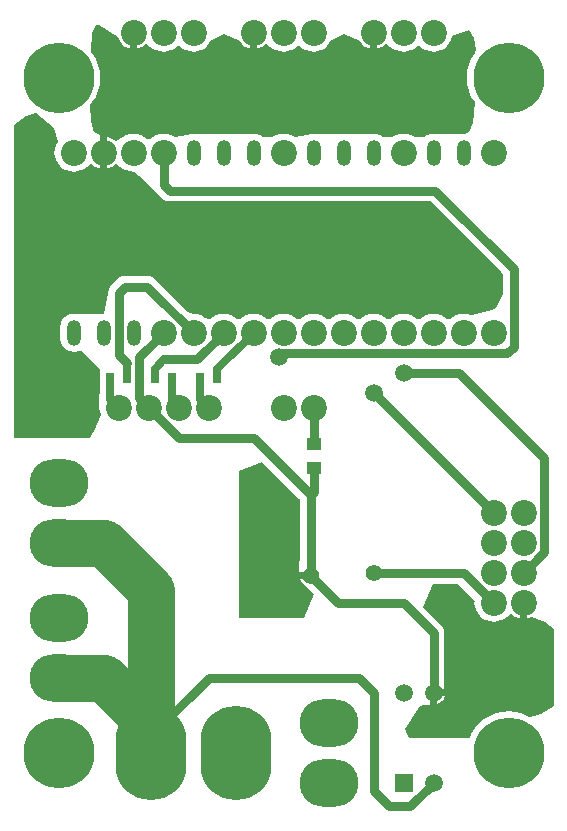
<source format=gbl>
G04 Layer_Physical_Order=2*
G04 Layer_Color=16711680*
%FSLAX24Y24*%
%MOIN*%
G70*
G01*
G75*
%ADD12C,0.0315*%
%ADD13C,0.1575*%
%ADD14C,0.0591*%
%ADD15R,0.0591X0.0591*%
%ADD16O,0.1969X0.1575*%
%ADD17C,0.0866*%
%ADD18O,0.2362X0.3150*%
%ADD19O,0.0472X0.0866*%
%ADD20C,0.2362*%
%ADD21C,0.0551*%
%ADD22R,0.0500X0.0400*%
%ADD23R,0.0276X0.0354*%
%ADD24C,0.0262*%
G36*
X5831Y-5361D02*
X6370Y-5933D01*
X6364Y-6000D01*
X6376Y-6124D01*
X6412Y-6243D01*
X6471Y-6353D01*
X6550Y-6450D01*
X6647Y-6529D01*
X6757Y-6588D01*
X6876Y-6624D01*
X7000Y-6636D01*
X7124Y-6624D01*
X7243Y-6588D01*
X7353Y-6529D01*
X7599Y-6392D01*
X7731Y-6466D01*
X7861Y-6519D01*
X7880Y-6522D01*
Y-6000D01*
X8120D01*
Y-6522D01*
X8139Y-6519D01*
X8269Y-6466D01*
X8730Y-6652D01*
X9000Y-6862D01*
Y-9439D01*
X8580Y-9709D01*
X8213Y-9817D01*
X8129Y-9766D01*
X7928Y-9682D01*
X7717Y-9632D01*
X7500Y-9615D01*
X7283Y-9632D01*
X7072Y-9682D01*
X6871Y-9766D01*
X6686Y-9879D01*
X6520Y-10020D01*
X6379Y-10186D01*
X6266Y-10371D01*
X6212Y-10500D01*
X4222D01*
X4141Y-10430D01*
X4046Y-10214D01*
X4560Y-9428D01*
X4673Y-9413D01*
X4880Y-9404D01*
Y-9000D01*
X5000D01*
Y-8880D01*
X5378D01*
X5361Y-8838D01*
Y-7771D01*
X5361Y-7208D01*
X5361Y-7208D01*
X5361Y-7000D01*
X5348Y-6907D01*
X5312Y-6820D01*
X5255Y-6745D01*
X5064Y-6554D01*
X5064Y-6554D01*
X4658Y-6148D01*
X4984Y-5361D01*
X5831D01*
D02*
G37*
G36*
X522Y-2532D02*
X545Y-2555D01*
Y-2588D01*
Y-4288D01*
X532Y-4974D01*
X906D01*
Y-5214D01*
X549D01*
X577Y-5284D01*
X638Y-5362D01*
X647Y-5369D01*
X658Y-5378D01*
X1014Y-5713D01*
X688Y-6500D01*
X-1500D01*
X-1500Y-6500D01*
Y-1623D01*
X-713Y-1297D01*
X522Y-2532D01*
D02*
G37*
G36*
X-5519Y12861D02*
X-5519Y12861D01*
X-5466Y12731D01*
X-5380Y12620D01*
X-5269Y12534D01*
X-5269Y12534D01*
X-5139Y12481D01*
X-5139Y12481D01*
X-5120Y12478D01*
Y13000D01*
X-4880D01*
Y12478D01*
X-4861Y12481D01*
X-4731Y12534D01*
X-4599Y12608D01*
X-4353Y12471D01*
X-4243Y12412D01*
X-4124Y12376D01*
X-4000Y12364D01*
X-3876Y12376D01*
X-3757Y12412D01*
X-3647Y12471D01*
X-3550Y12550D01*
X-3450D01*
X-3353Y12471D01*
X-3243Y12412D01*
X-3124Y12376D01*
X-3000Y12364D01*
X-2876Y12376D01*
X-2757Y12412D01*
X-2647Y12471D01*
X-2550Y12550D01*
X-2471Y12647D01*
X-2434Y12715D01*
X-2394Y12765D01*
X-1968Y12965D01*
X-1466Y12732D01*
X-1459Y12723D01*
X-1380Y12620D01*
X-1269Y12534D01*
X-1269Y12534D01*
X-1139Y12481D01*
X-1139Y12481D01*
X-1120Y12478D01*
Y13000D01*
X-880D01*
Y12478D01*
X-861Y12481D01*
X-731Y12534D01*
X-599Y12608D01*
X-353Y12471D01*
X-243Y12412D01*
X-124Y12376D01*
X-0Y12364D01*
X124Y12376D01*
X243Y12412D01*
X353Y12471D01*
X450Y12550D01*
X550D01*
X647Y12471D01*
X757Y12412D01*
X876Y12376D01*
X1000Y12364D01*
X1124Y12376D01*
X1243Y12412D01*
X1353Y12471D01*
X1450Y12550D01*
X1529Y12647D01*
X1566Y12715D01*
X1606Y12765D01*
X2032Y12965D01*
X2534Y12732D01*
X2541Y12723D01*
X2620Y12620D01*
X2731Y12534D01*
X2731Y12534D01*
X2861Y12481D01*
X2861Y12481D01*
X2880Y12478D01*
Y13000D01*
X3120D01*
Y12478D01*
X3139Y12481D01*
X3269Y12534D01*
X3401Y12608D01*
X3647Y12471D01*
X3757Y12412D01*
X3876Y12376D01*
X4000Y12364D01*
X4124Y12376D01*
X4243Y12412D01*
X4353Y12471D01*
X4450Y12550D01*
X4550D01*
X4647Y12471D01*
X4757Y12412D01*
X4876Y12376D01*
X5000Y12364D01*
X5124Y12376D01*
X5243Y12412D01*
X5353Y12471D01*
X5450Y12550D01*
X5529Y12647D01*
X5588Y12757D01*
X5624Y12876D01*
X6194Y13099D01*
X6334Y12833D01*
X6402Y12438D01*
X6379Y12314D01*
X6266Y12129D01*
X6182Y11928D01*
X6132Y11717D01*
X6115Y11500D01*
X6132Y11283D01*
X6182Y11072D01*
X6266Y10871D01*
X6379Y10686D01*
X6318Y9993D01*
X6230Y9762D01*
X6102Y9670D01*
X6005Y9636D01*
X6000Y9637D01*
X6000Y9637D01*
X5947Y9630D01*
X5827Y9621D01*
X5500Y9618D01*
X5173Y9621D01*
X5053Y9630D01*
X5000Y9637D01*
X5000Y9637D01*
X4886Y9622D01*
X4886D01*
X4780Y9578D01*
X4780D01*
X4689Y9508D01*
X4376Y9528D01*
X4243Y9588D01*
X4243Y9588D01*
X4124Y9624D01*
X4000Y9636D01*
X3876Y9624D01*
X3757Y9588D01*
X3757Y9588D01*
X3624Y9528D01*
X3311Y9508D01*
X3220Y9578D01*
X3114Y9622D01*
X3000Y9637D01*
X3000Y9637D01*
X2947Y9630D01*
X2827Y9621D01*
X2827D01*
X2827Y9621D01*
X2500Y9618D01*
X2173Y9621D01*
X2107Y9626D01*
X2053Y9630D01*
X2053D01*
X2000Y9637D01*
X1999Y9637D01*
X1290Y9623D01*
X1000Y9637D01*
X886Y9622D01*
X886D01*
X785Y9580D01*
X376Y9528D01*
X243Y9588D01*
X243Y9588D01*
X124Y9624D01*
X-0Y9636D01*
X-124Y9624D01*
X-243Y9588D01*
X-243Y9588D01*
X-376Y9528D01*
X-689Y9508D01*
X-780Y9578D01*
X-886Y9622D01*
X-1000Y9637D01*
X-1000Y9637D01*
X-1053Y9630D01*
X-1173Y9621D01*
X-1173D01*
X-1173Y9621D01*
X-1500Y9618D01*
X-1827Y9621D01*
X-1947Y9630D01*
X-2000Y9637D01*
X-2376Y9626D01*
X-2784Y9622D01*
X-2821Y9622D01*
X-3000Y9637D01*
X-3114Y9622D01*
X-3114D01*
X-3215Y9580D01*
X-3624Y9528D01*
X-3757Y9588D01*
X-3757Y9588D01*
X-3876Y9624D01*
X-4000Y9636D01*
X-4124Y9624D01*
X-4243Y9588D01*
X-4353Y9529D01*
X-4450Y9450D01*
X-4550D01*
X-4647Y9529D01*
X-4757Y9588D01*
X-4876Y9624D01*
X-5000Y9636D01*
X-5124Y9624D01*
X-5243Y9588D01*
X-5353Y9529D01*
X-5599Y9392D01*
X-5731Y9466D01*
X-5861Y9519D01*
X-5880Y9522D01*
Y9000D01*
Y8478D01*
X-5861Y8481D01*
X-5731Y8534D01*
X-5599Y8608D01*
X-5353Y8471D01*
X-5243Y8412D01*
X-5124Y8376D01*
X-5000Y8364D01*
X-4811Y8238D01*
X-4255Y7681D01*
X-4055Y7481D01*
X-3980Y7424D01*
X-3980Y7424D01*
X-3893Y7388D01*
X-3893Y7388D01*
X-3800Y7376D01*
X-3799Y7376D01*
X-3799Y7376D01*
X-3594Y7376D01*
X4878D01*
X4911D01*
X4934Y7353D01*
X7297Y4990D01*
X7320Y4967D01*
Y4374D01*
X7301Y4303D01*
X7080Y3814D01*
X6961Y3767D01*
X6270Y3573D01*
X6243Y3588D01*
X6124Y3624D01*
X6000Y3636D01*
X5876Y3624D01*
X5757Y3588D01*
X5647Y3529D01*
X5550Y3450D01*
X5450D01*
X5353Y3529D01*
X5243Y3588D01*
X5124Y3624D01*
X5000Y3636D01*
X4876Y3624D01*
X4757Y3588D01*
X4647Y3529D01*
X4550Y3450D01*
X4450D01*
X4353Y3529D01*
X4243Y3588D01*
X4124Y3624D01*
X4000Y3636D01*
X3876Y3624D01*
X3757Y3588D01*
X3647Y3529D01*
X3550Y3450D01*
X3450D01*
X3353Y3529D01*
X3243Y3588D01*
X3124Y3624D01*
X3000Y3636D01*
X2876Y3624D01*
X2757Y3588D01*
X2647Y3529D01*
X2550Y3450D01*
X2450D01*
X2353Y3529D01*
X2243Y3588D01*
X2124Y3624D01*
X2000Y3636D01*
X1876Y3624D01*
X1757Y3588D01*
X1647Y3529D01*
X1550Y3450D01*
X1450D01*
X1353Y3529D01*
X1243Y3588D01*
X1124Y3624D01*
X1000Y3636D01*
X876Y3624D01*
X757Y3588D01*
X647Y3529D01*
X550Y3450D01*
X450D01*
X353Y3529D01*
X243Y3588D01*
X124Y3624D01*
X-0Y3636D01*
X-124Y3624D01*
X-243Y3588D01*
X-353Y3529D01*
X-450Y3450D01*
X-550D01*
X-647Y3529D01*
X-757Y3588D01*
X-876Y3624D01*
X-1000Y3636D01*
X-1124Y3624D01*
X-1243Y3588D01*
X-1353Y3529D01*
X-1450Y3450D01*
X-1550D01*
X-1647Y3529D01*
X-1757Y3588D01*
X-1876Y3624D01*
X-2000Y3636D01*
X-2124Y3624D01*
X-2243Y3588D01*
X-2353Y3529D01*
X-2450Y3450D01*
X-2615Y3503D01*
X-2647Y3529D01*
X-2757Y3588D01*
X-2876Y3624D01*
X-3000Y3636D01*
X-3023Y3634D01*
X-3171Y3681D01*
X-4281Y4791D01*
X-4356Y4848D01*
X-4443Y4884D01*
X-4536Y4897D01*
X-5280D01*
X-5373Y4884D01*
X-5460Y4848D01*
X-5535Y4791D01*
X-5735Y4591D01*
X-5792Y4516D01*
X-5828Y4430D01*
X-5840Y4336D01*
X-6000Y3637D01*
X-6000Y3637D01*
X-6053Y3630D01*
X-6173Y3621D01*
X-6173D01*
X-6173Y3621D01*
X-6500Y3618D01*
X-6827Y3621D01*
X-6947Y3630D01*
X-7000Y3637D01*
X-7000Y3637D01*
X-7114Y3622D01*
X-7114Y3622D01*
X-7114Y3622D01*
X-7220Y3578D01*
X-7220D01*
X-7220Y3578D01*
X-7286Y3527D01*
X-7311Y3508D01*
X-7311Y3508D01*
X-7381Y3417D01*
X-7381Y3417D01*
X-7381Y3417D01*
X-7425Y3311D01*
X-7425Y3311D01*
X-7440Y3197D01*
X-7440Y3197D01*
X-7440Y2949D01*
X-7440Y2803D01*
X-7440Y2803D01*
X-7437Y2783D01*
X-7425Y2689D01*
X-7425Y2689D01*
X-7381Y2583D01*
Y2583D01*
X-7381Y2583D01*
X-7311Y2492D01*
Y2492D01*
X-7220Y2422D01*
X-7114Y2378D01*
X-7000Y2363D01*
X-7000Y2363D01*
X-6947Y2370D01*
X-6827Y2379D01*
X-6712Y2380D01*
X-6360Y2029D01*
X-6133Y1747D01*
Y1123D01*
X-6156Y795D01*
X-6144Y702D01*
X-6135Y682D01*
X-6136Y500D01*
X-6124Y376D01*
X-6088Y257D01*
X-6279Y-225D01*
X-6425Y-442D01*
X-6481Y-500D01*
X-9000D01*
X-9000Y-500D01*
Y9939D01*
X-8580Y10209D01*
X-8238Y10309D01*
X-7646Y9839D01*
X-7529Y9353D01*
X-7588Y9243D01*
X-7624Y9124D01*
X-7636Y9000D01*
X-7624Y8876D01*
X-7588Y8757D01*
X-7529Y8647D01*
X-7450Y8550D01*
X-7353Y8471D01*
X-7243Y8412D01*
X-7124Y8376D01*
X-7000Y8364D01*
X-6876Y8376D01*
X-6757Y8412D01*
X-6647Y8471D01*
X-6401Y8608D01*
X-6269Y8534D01*
X-6139Y8481D01*
X-6120Y8478D01*
Y9000D01*
Y9576D01*
X-6246Y9640D01*
X-6316Y9696D01*
X-6363Y9782D01*
X-6422Y10060D01*
X-6459Y10592D01*
X-6379Y10686D01*
X-6266Y10871D01*
X-6182Y11072D01*
X-6132Y11283D01*
X-6115Y11500D01*
X-6132Y11717D01*
X-6182Y11928D01*
X-6266Y12129D01*
X-6379Y12314D01*
X-6409Y12349D01*
X-6395Y12998D01*
X-6330Y13136D01*
X-6248Y13256D01*
X-6138Y13269D01*
X-5519Y12861D01*
D02*
G37*
%LPC*%
G36*
X5378Y-9120D02*
X5120D01*
Y-9378D01*
X5199Y-9345D01*
X5199Y-9345D01*
X5282Y-9282D01*
X5345Y-9199D01*
X5378Y-9120D01*
D02*
G37*
%LPD*%
G54D12*
X906Y-2406D02*
X1000Y-2311D01*
Y-1500D01*
X1000Y500D02*
X1000Y500D01*
Y-700D02*
Y500D01*
X-4500Y500D02*
X-3500Y-500D01*
X-1000D01*
X906Y-2406D01*
Y-5094D02*
Y-2406D01*
X5000Y-9000D02*
Y-7000D01*
X4000Y-6000D02*
X5000Y-7000D01*
X1811Y-6000D02*
X4000D01*
X906Y-5094D02*
X1811Y-6000D01*
X6000Y-5000D02*
X7000Y-6000D01*
X3000Y-5000D02*
X6000D01*
X-4829Y829D02*
Y1793D01*
Y829D02*
X-4500Y500D01*
X-4829Y1793D02*
X-4810Y1813D01*
Y2190D02*
X-4000Y3000D01*
X-4810Y1813D02*
Y2190D01*
X-4500Y500D02*
Y500D01*
X4207Y-12793D02*
X5000Y-12000D01*
X3500Y-12793D02*
X4207D01*
X3000Y-12293D02*
X3500Y-12793D01*
X3000Y-12293D02*
Y-9000D01*
X2500Y-8500D02*
X3000Y-9000D01*
X-2500Y-8500D02*
X2500D01*
X-4417Y-10417D02*
X-2500Y-8500D01*
X3000Y1000D02*
X7000Y-3000D01*
X8000Y-5000D02*
X8680Y-4320D01*
Y-1184D01*
X5850Y1646D02*
X8680Y-1184D01*
X4000Y1646D02*
X5850D01*
X-4536Y4536D02*
X-3000Y3000D01*
X-5280Y4536D02*
X-4536D01*
X-5480Y4336D02*
X-5280Y4536D01*
X-5480Y2251D02*
Y4336D01*
Y2251D02*
X-5205Y1976D01*
X-2795Y795D02*
X-2500Y500D01*
X-3705Y705D02*
X-3500Y500D01*
X-5795Y795D02*
X-5500Y500D01*
X-4000Y7936D02*
Y9000D01*
Y7936D02*
X-3800Y7736D01*
X5060D01*
X7680Y5116D01*
Y2536D02*
Y5116D01*
X7460Y2316D02*
X7680Y2536D01*
X0Y2316D02*
X7460D01*
X-140Y2176D02*
X0Y2316D01*
X-2884Y2116D02*
X-2000Y3000D01*
X-3970Y2116D02*
X-2884D01*
G54D13*
X-4417Y-10083D02*
Y-5583D01*
Y-10417D02*
Y-10083D01*
X-7500Y-4000D02*
X-6000D01*
X-4417Y-5583D01*
Y-11000D02*
Y-10417D01*
X-6000Y-8500D02*
X-4417Y-10083D01*
X-7500Y-8500D02*
X-6000D01*
G54D14*
X5000Y-9000D02*
D03*
X4000D02*
D03*
X5000Y-12000D02*
D03*
X3000Y1000D02*
D03*
X4000Y1646D02*
D03*
X-140Y2176D02*
D03*
G54D15*
X4000Y-12000D02*
D03*
G54D16*
X1500D02*
D03*
Y-10000D02*
D03*
X-7500Y-8500D02*
D03*
Y-6500D02*
D03*
Y-4000D02*
D03*
Y-2000D02*
D03*
G54D17*
X1000Y500D02*
D03*
X-0D02*
D03*
X-2500D02*
D03*
X-3500D02*
D03*
X-4500D02*
D03*
X-5500D02*
D03*
X-3000Y13000D02*
D03*
X-4000D02*
D03*
X-5000D02*
D03*
X5000D02*
D03*
X4000D02*
D03*
X3000D02*
D03*
X-4000Y3000D02*
D03*
X-3000D02*
D03*
X-2000D02*
D03*
X-1000D02*
D03*
X-0D02*
D03*
X1000D02*
D03*
X2000D02*
D03*
X3000D02*
D03*
X4000D02*
D03*
X5000D02*
D03*
X6000D02*
D03*
X7000D02*
D03*
X-7000Y9000D02*
D03*
X-6000D02*
D03*
X-5000D02*
D03*
X-4000D02*
D03*
X-0D02*
D03*
X4000D02*
D03*
X7000D02*
D03*
X1000Y13000D02*
D03*
X-0D02*
D03*
X-1000D02*
D03*
X7000Y-3000D02*
D03*
Y-4000D02*
D03*
Y-5000D02*
D03*
Y-6000D02*
D03*
X8000Y-3000D02*
D03*
Y-4000D02*
D03*
Y-5000D02*
D03*
Y-6000D02*
D03*
G54D18*
X-1583Y-11000D02*
D03*
X-4417D02*
D03*
G54D19*
X-7000Y3000D02*
D03*
X-6000D02*
D03*
X-5000D02*
D03*
X-3000Y9000D02*
D03*
X-2000D02*
D03*
X-1000D02*
D03*
X1000D02*
D03*
X2000D02*
D03*
X3000D02*
D03*
X5000D02*
D03*
X6000D02*
D03*
G54D20*
X-7500Y11500D02*
D03*
X7500D02*
D03*
Y-11000D02*
D03*
X-7500D02*
D03*
G54D21*
X906Y-5094D02*
D03*
X3000Y-5000D02*
D03*
G54D22*
X1000Y-1500D02*
D03*
Y-700D02*
D03*
G54D23*
X-5205Y1500D02*
D03*
X-5795D02*
D03*
X-4295D02*
D03*
X-3705D02*
D03*
X-2205D02*
D03*
X-2795D02*
D03*
G54D24*
X-5205D02*
Y1976D01*
X-2205Y1500D02*
Y1795D01*
X-1000Y3000D01*
X-2795Y795D02*
Y1500D01*
X-3705Y705D02*
Y1500D01*
X-5795Y795D02*
Y1500D01*
X-4295Y1791D02*
X-3970Y2116D01*
X-4295Y1500D02*
Y1791D01*
M02*

</source>
